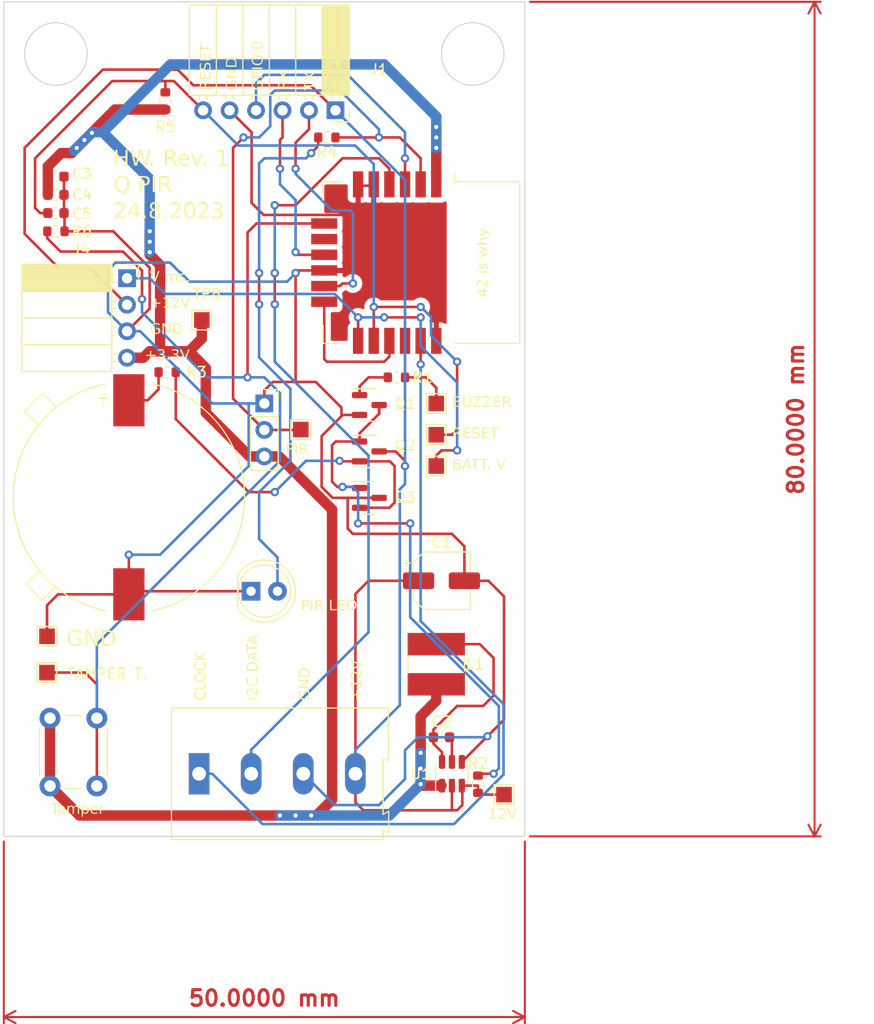
<source format=kicad_pcb>
(kicad_pcb (version 20221018) (generator pcbnew)
  (title_block (title "Q PIR board") (date "2023-08-24") (rev "1") (company "Radim Kolář, Tomáš Bezányi"))
  (layers (0 "F.Cu" signal) (31 "B.Cu" signal) (34 "B.Paste" user) (35 "F.Paste" user) (36 "B.SilkS" user "B.Silkscreen") (37 "F.SilkS" user "F.Silkscreen") (38 "B.Mask" user) (39 "F.Mask" user) (44 "Edge.Cuts" user))
  (net 0 "")
  (net 1 "Net-(BZ1--)")
  (net 2 "GND")
  (net 3 "+12V")
  (net 4 "Net-(U1-SW)")
  (net 5 "Net-(U1-BST)")
  (net 6 "+3.3V")
  (net 7 "\"reset\"")
  (net 8 "Net-(D1-A)")
  (net 9 "TX")
  (net 10 "RX")
  (net 11 "GPIO0")
  (net 12 "PIR signal")
  (net 13 "clock")
  (net 14 "I2C data")
  (net 15 "battery voltage")
  (net 16 "Net-(Q1-B)")
  (net 17 "Net-(Q1-C)")
  (net 18 "Net-(Q2-E)")
  (net 19 "buzzer signal")
  (net 20 "tamper")
  (net 22 "Net-(U2-GPIO16)")
  (footprint "LED_THT:LED_D5.0mm" (layer "F.Cu") (at 123.725 106.5)
    (fp_text reference "D1" hide)
    (fp_text value "LED - R")
  )
  (footprint "WT8266:WT8266-S1" (layer "F.Cu") (at 142.25 75 -90)
    (fp_text reference "U2" hide)
    (fp_text value "WT8266-S1")
  )
  (footprint "TestPoint:TestPoint_Pad_1.5x1.5mm" (layer "F.Cu") (at 128.5 91)
    (fp_text reference "TP1" hide)
    (fp_text value "3,3V")
  )
  (footprint "TestPoint:TestPoint_Pad_1.5x1.5mm" (layer "F.Cu") (at 141.5 88.5)
    (fp_text reference "TP4" hide)
    (fp_text value "buzzer test")
  )
  (footprint "Resistor_SMD:R_0603_1608Metric" (layer "F.Cu") (at 131 63 180)
    (fp_text reference "R4")
    (fp_text value "100R")
  )
  (footprint "Resistor_SMD:R_0603_1608Metric" (layer "F.Cu") (at 115.675 85.5 180)
    (fp_text reference "R3")
    (fp_text value "820")
  )
  (footprint "Button_Switch_THT:SW_PUSH_6mm" (layer "F.Cu") (at 104.43 125.17 90)
    (fp_text reference "SW1" hide)
    (fp_text value "tamper switch")
  )
  (footprint "Package_TO_SOT_SMD:TSOT-23-6" (layer "F.Cu") (at 143 124 90)
    (fp_text reference "U1")
    (fp_text value "AP63203WU")
  )
  (footprint "TestPoint:TestPoint_Pad_1.5x1.5mm" (layer "F.Cu") (at 141.5 91.5)
    (fp_text reference "TP5" hide)
    (fp_text value "reset test")
  )
  (footprint "Capacitor_SMD:CP_Elec_5x5.3" (layer "F.Cu") (at 142 105.5)
    (fp_text reference "C1")
    (fp_text value "10u 50V")
  )
  (footprint "LPT2270AS buzzer:LPT2270AS" (layer "F.Cu") (at 112 97.5 -90)
    (fp_text reference "BZ1" hide)
    (fp_text value "Buzzer")
  )
  (footprint "TestPoint:TestPoint_Pad_1.5x1.5mm" (layer "F.Cu") (at 104.14 114.3)
    (fp_text reference "TP2" hide)
    (fp_text value "tamper test")
  )
  (footprint "Connector_PinSocket_2.54mm:PinSocket_1x03_P2.54mm_Vertical" (layer "F.Cu") (at 125 88.5)
    (fp_text reference "J2" hide)
    (fp_text value "PIR")
  )
  (footprint "Capacitor_SMD:C_0603_1608Metric" (layer "F.Cu") (at 105 70.25)
    (fp_text reference "C5")
    (fp_text value "100n")
  )
  (footprint "TestPoint:TestPoint_Pad_1.5x1.5mm" (layer "F.Cu") (at 119 80.5)
    (fp_text reference "TP8")
    (fp_text value "TestPoint")
  )
  (footprint "Capacitor_SMD:C_0603_1608Metric" (layer "F.Cu") (at 105 68.5)
    (fp_text reference "C4")
    (fp_text value "22u")
  )
  (footprint "Resistor_SMD:R_0603_1608Metric" (layer "F.Cu") (at 145.5 125 90)
    (fp_text reference "R2")
    (fp_text value "10k")
  )
  (footprint "Resistor_SMD:R_0603_1608Metric" (layer "F.Cu") (at 105 72)
    (fp_text reference "R6")
    (fp_text value "4k7")
  )
  (footprint "Package_TO_SOT_SMD:SOT-23" (layer "F.Cu") (at 135.08 88.65)
    (fp_text reference "Q1")
    (fp_text value "BC846")
  )
  (footprint "Package_TO_SOT_SMD:SOT-23" (layer "F.Cu") (at 135.08 97.55)
    (fp_text reference "Q3")
    (fp_text value "BC857")
  )
  (footprint "Capacitor_SMD:C_0603_1608Metric" (layer "F.Cu") (at 105 66.75)
    (fp_text reference "C3")
    (fp_text value "22u")
  )
  (footprint "TestPoint:TestPoint_Pad_1.5x1.5mm" (layer "F.Cu") (at 148 126 180)
    (fp_text reference "TP3" hide)
    (fp_text value "12V")
  )
  (footprint "TestPoint:TestPoint_Pad_1.5x1.5mm" (layer "F.Cu") (at 141.5 94.5 180)
    (fp_text reference "TP6" hide)
    (fp_text value "batt test")
  )
  (footprint "TestPoint:TestPoint_Pad_1.5x1.5mm" (layer "F.Cu") (at 104.149302 110.820969)
    (fp_text reference "TP7" hide)
    (fp_text value "GND")
  )
  (footprint "Resistor_SMD:R_0603_1608Metric" (layer "F.Cu") (at 137.675 86 180)
    (fp_text reference "R1")
    (fp_text value "10k")
  )
  (footprint "Package_TO_SOT_SMD:SOT-23" (layer "F.Cu") (at 135.08 93.1)
    (fp_text reference "Q2")
    (fp_text value "BC846")
  )
  (footprint "Connector_PinSocket_2.54mm:PinSocket_1x06_P2.54mm_Horizontal" (layer "F.Cu") (at 131.825 60.4 -90)
    (fp_text reference "J1")
    (fp_text value "FLASH")
  )
  (footprint "Resistor_SMD:R_0603_1608Metric" (layer "F.Cu") (at 115.5 59.5 -90)
    (fp_text reference "R5")
    (fp_text value "10K")
  )
  (footprint "TerminalBlock:TerminalBlock_Altech_AK300-4_P5.00mm" (layer "F.Cu") (at 118.74 124)
    (fp_text reference "J3" hide)
    (fp_text value "BUS")
  )
  (footprint "Capacitor_SMD:C_0603_1608Metric" (layer "F.Cu") (at 142 120.5 180)
    (fp_text reference "C2")
    (fp_text value "100n")
  )
  (footprint "Inductor_SMD:L_Ferrocore_DLG-0504" (layer "F.Cu") (at 141.5 113.5 -90)
    (fp_text reference "L1")
    (fp_text value "4u7")
  )
  (footprint "Connector_PinSocket_2.54mm:PinSocket_1x04_P2.54mm_Horizontal" (layer "F.Cu") (at 111.825 76.5)
    (fp_text reference "J4")
    (fp_text value "Conn_01x04_Socket")
  )
  (gr_line (start 150 50) (end 100 50) (stroke (width 0.1)) (layer "Edge.Cuts"))
  (gr_circle (center 105 55) (end 108 55) (stroke (width 0.1)) (fill none) (layer "Edge.Cuts"))
  (gr_line (start 100 130) (end 150 130) (stroke (width 0.1)) (layer "Edge.Cuts"))
  (gr_line (start 100 50) (end 100 130) (stroke (width 0.1)) (layer "Edge.Cuts"))
  (gr_line (start 150 68) (end 150 50) (stroke (width 0.1)) (layer "Edge.Cuts"))
  (gr_line (start 150 82) (end 150 68) (stroke (width 0.1)) (layer "Edge.Cuts"))
  (gr_circle (center 145 55) (end 148 55) (stroke (width 0.1)) (fill none) (layer "Edge.Cuts"))
  (gr_line (start 150 130) (end 150 82) (stroke (width 0.1)) (layer "Edge.Cuts"))
  (gr_text "GND" (at 114 82) (layer "F.SilkS") (effects (font (size 1 1)) (justify left bottom)))
  (gr_text "V ms." (at 114 77) (layer "F.SilkS") (effects (font (size 1 1)) (justify left bottom)))
  (gr_text "RESET" (at 120 58.5 90) (layer "F.SilkS") (effects (font (size 1 1)) (justify left bottom)))
  (gr_text "GND" (at 106 112) (layer "F.SilkS") (effects (font (size 1.5 1.5) (thickness 0.1875)) (justify left bottom)))
  (gr_text "+12V" (at 134.5 117 90) (layer "F.SilkS") (effects (font (size 1 1)) (justify left bottom)))
  (gr_text "TX" (at 130 58.5 90) (layer "F.SilkS") (effects (font (size 1 1)) (justify left bottom)))
  (gr_text "12V" (at 146.5 128.5) (layer "F.SilkS") (effects (font (size 1 1)) (justify left bottom)))
  (gr_text "+12V" (at 114 79.5) (layer "F.SilkS") (effects (font (size 1 1)) (justify left bottom)))
  (gr_text "+12V" (at 132.5 58.5 90) (layer "F.SilkS") (effects (font (size 1 1)) (justify left bottom)))
  (gr_text "42 is why" (at 146 75 90) (layer "F.SilkS") (effects (font (size 1 1))))
  (gr_text "CLOCK" (at 119.5 117 90) (layer "F.SilkS") (effects (font (size 1 1)) (justify left bottom)))
  (gr_text "PIR" (at 127 93.5) (layer "F.SilkS") (effects (font (size 1 1)) (justify left bottom)))
  (gr_text "GND" (at 129.5 117 90) (layer "F.SilkS") (effects (font (size 1 1)) (justify left bottom)))
  (gr_text "BUZZER" (at 143 89) (layer "F.SilkS") (effects (font (size 1 1)) (justify left bottom)))
  (gr_text "I2C DATA" (at 124.5 117 90) (layer "F.SilkS") (effects (font (size 1 1)) (justify left bottom)))
  (gr_text "PIR LED" (at 128.5 108.5) (layer "F.SilkS") (effects (font (size 1 1)) (justify left bottom)))
  (gr_text "RESET" (at 143 92) (layer "F.SilkS") (effects (font (size 1 1)) (justify left bottom)))
  (gr_text "HW. Rev. 1\nQ PIR\n24.8.2023" (at 110.5 71) (layer "F.SilkS") (effects (font (size 1.5 1.5) (thickness 0.1875)) (justify left bottom)))
  (gr_text "RX" (at 127.5 58.5 90) (layer "F.SilkS") (effects (font (size 1 1)) (justify left bottom)))
  (gr_text "+3.3V" (at 113.5 84.5) (layer "F.SilkS") (effects (font (size 1 1)) (justify left bottom)))
  (gr_text "GPIO 0" (at 125 58.5 90) (layer "F.SilkS") (effects (font (size 1 1)) (justify left bottom)))
  (gr_text "GND" (at 122.5 58.5 90) (layer "F.SilkS") (effects (font (size 1 1)) (justify left bottom)))
  (gr_text "TAMPER T." (at 106 115) (layer "F.SilkS") (effects (font (size 1 1)) (justify left bottom)))
  (gr_text "Tamper" (at 104.5 128) (layer "F.SilkS") (effects (font (size 1 1)) (justify left bottom)))
  (gr_text "BATT. V" (at 143 95) (layer "F.SilkS") (effects (font (size 1 1)) (justify left bottom)))
  (dimension (type aligned) (layer "F.Cu") (pts (xy 100 130) (xy 150 130)) (height 17.32) (gr_text "50,0000 mm" (at 125 145.52) (layer "F.Cu") (effects (font (size 1.5 1.5) (thickness 0.3)))) (format (prefix "") (suffix "") (units 3) (units_format 1) (precision 4)) (style (thickness 0.2) (arrow_length 1.27) (text_position_mode 0) (extension_height 0.58642) (extension_offset 0.5) keep_text_aligned))
  (dimension (type aligned) (layer "F.Cu") (pts (xy 150 130) (xy 150 50)) (height 27.8) (gr_text "80,0000 mm" (at 176 90 90) (layer "F.Cu") (effects (font (size 1.5 1.5) (thickness 0.3)))) (format (prefix "") (suffix "") (units 3) (units_format 1) (precision 4)) (style (thickness 0.2) (arrow_length 1.27) (text_position_mode 0) (extension_height 0.58642) (extension_offset 0.5) keep_text_aligned))
  (segment (start 114.85 87.15) (end 114.85 85.5) (width 0.25) (layer "F.Cu") (net 1))
  (segment (start 112 88.2) (end 113.8 88.2) (width 0.25) (layer "F.Cu") (net 1))
  (segment (start 113.8 88.2) (end 114.85 87.15) (width 0.25) (layer "F.Cu") (net 1))
  (segment (start 110.5 72) (end 114 75.5) (width 0.25) (layer "F.Cu") (net 2))
  (segment (start 110.3 106.8) (end 112 106.8) (width 0.25) (layer "F.Cu") (net 2))
  (segment (start 105.67 68.605) (end 105.775 68.5) (width 0.25) (layer "F.Cu") (net 2))
  (segment (start 130.5 91.6231) (end 132.4014 89.7217) (width 0.25) (layer "F.Cu") (net 2))
  (segment (start 113.2 108) (end 112 106.8) (width 0.25) (layer "F.Cu") (net 2))
  (segment (start 135.5 70.425) (end 140.925 70.425) (width 0.25) (layer "F.Cu") (net 2))
  (segment (start 136.0175 97.55) (end 133 97.55) (width 0.25) (layer "F.Cu") (net 2))
  (segment (start 133 97.55) (end 132.5 97.55) (width 0.25) (layer "F.Cu") (net 2))
  (segment (start 123.78 69.28) (end 124.925 70.425) (width 0.25) (layer "F.Cu") (net 2))
  (segment (start 105.775 70.25) (end 105.775 68.5) (width 0.25) (layer "F.Cu") (net 2))
  (segment (start 143.95 122.8625) (end 143.95 122.862) (width 0.25) (layer "F.Cu") (net 2))
  (segment (start 105.825 72) (end 110.5 72) (width 0.25) (layer "F.Cu") (net 2))
  (segment (start 144.2 105.5) (end 144.2 102.2) (width 0.25) (layer "F.Cu") (net 2))
  (segment (start 104.149302 110.820969) (end 104.149302 107.850698) (width 0.25) (layer "F.Cu") (net 2))
  (segment (start 123.78 62.515) (end 123.78 69.28) (width 0.25) (layer "F.Cu") (net 2))
  (segment (start 129.9384 86.4384) (end 128.0635 86.4384) (width 0.25) (layer "F.Cu") (net 2))
  (segment (start 112 103) (end 112 106.8) (width 0.25) (layer "F.Cu") (net 2))
  (segment (start 143 101) (end 133.5 101) (width 0.25) (layer "F.Cu") (net 2))
  (segment (start 128 86.4384) (end 128.0635 86.4384) (width 0.25) (layer "F.Cu") (net 2))
  (segment (start 105.2 106.8) (end 112 106.8) (width 0.25) (layer "F.Cu") (net 2))
  (segment (start 141.5 71) (end 141.5 82.5) (width 0.25) (layer "F.Cu") (net 2))
  (segment (start 143.95 122.862) (end 148 118.812) (width 0.25) (layer "F.Cu") (net 2))
  (segment (start 125.8116 86.4384) (end 128 86.4384) (width 0.25) (layer "F.Cu") (net 2))
  (segment (start 128 76) (end 128.25 75.75) (width 0.25) (layer "F.Cu") (net 2))
  (segment (start 112.3 106.5) (end 112 106.8) (width 0.25) (layer "F.Cu") (net 2))
  (segment (start 123.725 106.5) (end 112.3 106.5) (width 0.25) (layer "F.Cu") (net 2))
  (segment (start 148 118.812) (end 148 107) (width 0.25) (layer "F.Cu") (net 2))
  (segment (start 125 87.25) (end 125.8116 86.4384) (width 0.25) (layer "F.Cu") (net 2))
  (segment (start 132.4014 89.7217) (end 132.4014 88.9014) (width 0.25) (layer "F.Cu") (net 2))
  (segment (start 121.665 60.4) (end 123.78 62.515) (width 0.25) (layer "F.Cu") (net 2))
  (segment (start 133.925 70.425) (end 134 70.5) (width 0.25) (layer "F.Cu") (net 2))
  (segment (start 114 79.405) (end 111.825 81.58) (width 0.25) (layer "F.Cu") (net 2))
  (segment (start 128 76) (end 128 86.4384) (width 0.25) (layer "F.Cu") (net 2))
  (segment (start 132.4014 89.7217) (end 132.5231 89.6) (width 0.25) (layer "F.Cu") (net 2))
  (segment (start 133.5 70.425) (end 135.5 70.425) (width 0.25) (layer "F.Cu") (net 2))
  (segment (start 135.5 70.425) (end 135.5 67.5) (width 0.25) (layer "F.Cu") (net 2))
  (segment (start 124.925 70.425) (end 133.5 70.425) (width 0.25) (layer "F.Cu") (net 2))
  (segment (start 132.4014 88.9014) (end 129.9384 86.4384) (width 0.25) (layer "F.Cu") (net 2))
  (segment (start 105.825 70.3) (end 105.775 70.25) (width 0.25) (layer "F.Cu") (net 2))
  (segment (start 134 70.5) (end 134 67.5) (width 0.25) (layer "F.Cu") (net 2))
  (segment (start 140.925 70.425) (end 141.5 71) (width 0.25) (layer "F.Cu") (net 2))
  (segment (start 133.5 70.425) (end 133.925 70.425) (width 0.25) (layer "F.Cu") (net 2))
  (segment (start 133.25 75.75) (end 134 75) (width 0.25) (layer "F.Cu") (net 2))
  (segment (start 105.825 70.405) (end 105.67 70.25) (width 0.25) (layer "F.Cu") (net 2))
  (segment (start 132.5231 89.6) (end 134.1425 89.6) (width 0.25) (layer "F.Cu") (net 2))
  (segment (start 144.2 102.2) (end 143 101) (width 0.25) (layer "F.Cu") (net 2))
  (segment (start 148 107) (end 146.5 105.5) (width 0.25) (layer "F.Cu") (net 2))
  (segment (start 125 88.5) (end 125 87.25) (width 0.25) (layer "F.Cu") (net 2))
  (segment (start 105.825 72) (end 105.825 70.3) (width 0.25) (layer "F.Cu") (net 2))
  (segment (start 105.775 68.5) (end 105.775 66.75) (width 0.25) (layer "F.Cu") (net 2))
  (segment (start 128.25 75.75) (end 130.75 75.75) (width 0.25) (layer "F.Cu") (net 2))
  (segment (start 104.149302 107.850698) (end 105.2 106.8) (width 0.25) (layer "F.Cu") (net 2))
  (segment (start 134 75) (end 134 70.5) (width 0.25) (layer "F.Cu") (net 2))
  (segment (start 132.5 97.55) (end 131.55 97.55) (width 0.25) (layer "F.Cu") (net 2))
  (segment (start 133 100.5) (end 133 97.55) (width 0.25) (layer "F.Cu") (net 2))
  (segment (start 131.55 97.55) (end 130.5 96.5) (width 0.25) (layer "F.Cu") (net 2))
  (segment (start 130.75 75.75) (end 133.25 75.75) (width 0.25) (layer "F.Cu") (net 2))
  (segment (start 114 75.5) (end 114 79.405) (width 0.25) (layer "F.Cu") (net 2))
  (segment (start 130.5 96.5) (end 130.5 91.6231) (width 0.25) (layer "F.Cu") (net 2))
  (segment (start 133.5 101) (end 133 100.5) (width 0.25) (layer "F.Cu") (net 2))
  (segment (start 146.5 105.5) (end 144.2 105.5) (width 0.25) (layer "F.Cu") (net 2))
  (via (at 112 103) (size 0.8) (drill 0.4) (layers "F.Cu" "B.Cu") (net 2))
  (via (at 146.406 120.406) (size 0.8) (drill 0.4) (layers "F.Cu" "B.Cu") (net 2))
  (via (at 128 76) (size 0.8) (drill 0.4) (layers "F.Cu" "B.Cu") (net 2))
  (segment (start 131.74 127) (end 128.74 124) (width 0.25) (layer "B.Cu") (net 2))
  (segment (start 116.4381 75.4831) (end 116 75.045) (width 0.25) (layer "B.Cu") (net 2))
  (segment (start 138.5 124.5) (end 136 127) (width 0.25) (layer "B.Cu") (net 2))
  (segment (start 110.725225 75) (end 110 75.725225) (width 0.25) (layer "B.Cu") (net 2))
  (segment (start 115 103) (end 123.5 94.5) (width 0.25) (layer "B.Cu") (net 2))
  (segment (start 116.881 75.926) (end 116.4381 75.4831) (width 0.25) (layer "B.Cu") (net 2))
  (segment (start 120 88.5) (end 123.5 88.5) (width 0.25) (layer "B.Cu") (net 2))
  (segment (start 113.08 81.58) (end 120 88.5) (width 0.25) (layer "B.Cu") (net 2))
  (segment (start 116.926 75.926) (end 116.881 75.926) (width 0.25) (layer "B.Cu") (net 2))
  (segment (start 138.5 121.75) (end 138.5 124.5) (width 0.25) (layer "B.Cu") (net 2))
  (segment (start 139.75 120.5) (end 138.5 121.75) (width 0.25) (layer "B.Cu") (net 2))
  (segment (start 123.5 94.5) (end 123.5 88.5) (width 0.25) (layer "B.Cu") (net 2))
  (segment (start 117.825 76.825) (end 116.926 75.926) (width 0.25) (layer "B.Cu") (net 2))
  (segment (start 115.955 75) (end 110.725225 75) (width 0.25) (layer "B.Cu") (net 2))
  (segment (start 123.5 88.5) (end 125 88.5) (width 0.25) (layer "B.Cu") (net 2))
  (segment (start 146.312 120.5) (end 139.75 120.5) (width 0.25) (layer "B.Cu") (net 2))
  (segment (start 128 76) (end 127.175 76.825) (width 0.25) (layer "B.Cu") (net 2))
  (segment (start 127.175 76.825) (end 117.825 76.825) (width 0.25) (layer "B.Cu") (net 2))
  (segment (start 136 127) (end 131.74 127) (width 0.25) (layer "B.Cu") (net 2))
  (segment (start 111.825 81.58) (end 113.08 81.58) (width 0.25) (layer "B.Cu") (net 2))
  (segment (start 110 75.725225) (end 110 79.755) (width 0.25) (layer "B.Cu") (net 2))
  (segment (start 146.406 120.406) (end 146.312 120.5) (width 0.25) (layer "B.Cu") (net 2))
  (segment (start 112 103) (end 115 103) (width 0.25) (layer "B.Cu") (net 2))
  (segment (start 116.4381 75.4831) (end 115.955 75) (width 0.25) (layer "B.Cu") (net 2))
  (segment (start 110 79.755) (end 111.825 81.58) (width 0.25) (layer "B.Cu") (net 2))
  (segment (start 133.74 126.74) (end 134.5 127.5) (width 0.25) (layer "F.Cu") (net 3))
  (segment (start 116.680698 56.5) (end 118.180698 58) (width 0.25) (layer "F.Cu") (net 3))
  (segment (start 137.6 93.1) (end 136.0175 93.1) (width 0.25) (layer "F.Cu") (net 3))
  (segment (start 138.5 94) (end 137.6 93.1) (width 0.25) (layer "F.Cu") (net 3))
  (segment (start 133.74 124) (end 133.74 126.74) (width 0.25) (layer "F.Cu") (net 3))
  (segment (start 145.5 125.1375) (end 143.95 125.1375) (width 0.25) (layer "F.Cu") (net 3))
  (segment (start 105.25 75.5) (end 102 72.25) (width 0.25) (layer "F.Cu") (net 3))
  (segment (start 143 125.138) (end 143 125.1375) (width 0.25) (layer "F.Cu") (net 3))
  (segment (start 143.5 127.5) (end 144 127) (width 0.25) (layer "F.Cu") (net 3))
  (segment (start 118.180698 58) (end 129.425 58) (width 0.25) (layer "F.Cu") (net 3))
  (segment (start 102 72.25) (end 102 64) (width 0.25) (layer "F.Cu") (net 3))
  (segment (start 145.5 125.825) (end 145.5 125.1375) (width 0.25) (layer "F.Cu") (net 3))
  (segment (start 145.675 126) (end 145.5 125.825) (width 0.25) (layer "F.Cu") (net 3))
  (segment (start 111.825 79.04) (end 108.285 75.5) (width 0.25) (layer "F.Cu") (net 3))
  (segment (start 144 127) (end 144 125.188) (width 0.25) (layer "F.Cu") (net 3))
  (segment (start 143 127.5) (end 143.5 127.5) (width 0.25) (layer "F.Cu") (net 3))
  (segment (start 143 127.5) (end 143 125.138) (width 0.25) (layer "F.Cu") (net 3))
  (segment (start 144 125.1875) (end 144 125.188) (width 0.25) (layer "F.Cu") (net 3))
  (segment (start 108.285 75.5) (end 105.25 75.5) (width 0.25) (layer "F.Cu") (net 3))
  (segment (start 129.425 58) (end 131.825 60.4) (width 0.25) (layer "F.Cu") (net 3))
  (segment (start 143.95 125.1375) (end 144 125.1875) (width 0.25) (layer "F.Cu") (net 3))
  (segment (start 135 105.5) (end 139.8 105.5) (width 0.25) (layer "F.Cu") (net 3))
  (segment (start 138.5 94.5) (end 138.5 94) (width 0.25) (layer "F.Cu") (net 3))
  (segment (start 148 126) (end 145.675 126) (width 0.25) (layer "F.Cu") (net 3))
  (segment (start 102 64) (end 109.5 56.5) (width 0.25) (layer "F.Cu") (net 3))
  (segment (start 109.5 56.5) (end 116.680698 56.5) (width 0.25) (layer "F.Cu") (net 3))
  (segment (start 133.74 106.76) (end 135 105.5) (width 0.25) (layer "F.Cu") (net 3))
  (segment (start 134.5 127.5) (end 143 127.5) (width 0.25) (layer "F.Cu") (net 3))
  (segment (start 144 125.188) (end 144.132 125.32) (width 0.25) (layer "F.Cu") (net 3))
  (segment (start 133.74 124) (end 133.74 106.76) (width 0.25) (layer "F.Cu") (net 3))
  (via (at 138.5 94.5) (size 0.8) (drill 0.4) (layers "F.Cu" "B.Cu") (net 3))
  (segment (start 138 117.4331) (end 138 96.7223) (width 0.25) (layer "B.Cu") (net 3))
  (segment (start 138.5 96.2223) (end 138.5 93.5) (width 0.25) (layer "B.Cu") (net 3))
  (segment (start 138.5 67.075) (end 131.825 60.4) (width 0.25) (layer "B.Cu") (net 3))
  (segment (start 133.74 121.6931) (end 138 117.4331) (width 0.25) (layer "B.Cu") (net 3))
  (segment (start 133.74 124) (end 133.74 121.6931) (width 0.25) (layer "B.Cu") (net 3))
  (segment (start 138 96.7223) (end 138.5 96.2223) (width 0.25) (layer "B.Cu") (net 3))
  (segment (start 138.5 93.5) (end 138.5 67.075) (width 0.25) (layer "B.Cu") (net 3))
  (segment (start 143 120.725) (end 142.775 120.5) (width 0.25) (layer "F.Cu") (net 4))
  (segment (start 143 122.8625) (end 143 120.725) (width 0.25) (layer "F.Cu") (net 4))
  (segment (start 147 112.9) (end 145.675 111.575) (width 0.25) (layer "F.Cu") (net 5))
  (segment (start 142.05 121.9375) (end 141.225 121.1125) (width 0.25) (layer "F.Cu") (net 5))
  (segment (start 142.05 122.8625) (end 142.05 121.9375) (width 0.25) (layer "F.Cu") (net 5))
  (segment (start 147 116.5) (end 147 112.9) (width 0.25) (layer "F.Cu") (net 5))
  (segment (start 141.225 121.1125) (end 141.225 120.5) (width 0.25) (layer "F.Cu") (net 5))
  (segment (start 141.225 119.775) (end 141.225 120.5) (width 0.25) (layer "F.Cu") (net 5))
  (segment (start 145.675 111.575) (end 141.5 111.575) (width 0.25) (layer "F.Cu") (net 5))
  (segment (start 143.5 117.5) (end 146 117.5) (width 0.25) (layer "F.Cu") (net 5))
  (segment (start 143.5 117.5) (end 141.225 119.775) (width 0.25) (layer "F.Cu") (net 5))
  (segment (start 146 117.5) (end 147 116.5) (width 0.25) (layer "F.Cu") (net 5))
  (segment (start 113.38 84.12) (end 111.825 84.12) (width 1) (layer "F.Cu") (net 6))
  (segment (start 126.413274 93.58) (end 125 93.58) (width 1) (layer "F.Cu") (net 6))
  (segment (start 140 122) (end 140 118.5) (width 1) (layer "F.Cu") (net 6))
  (segment (start 131.5 126.5) (end 131.5 98.666726) (width 1) (layer "F.Cu") (net 6))
  (segment (start 110.675 60.325) (end 106.5 64.5) (width 1) (layer "F.Cu") (net 6))
  (segment (start 142 125.1375) (end 140.1375 125.1375) (width 1) (layer "F.Cu") (net 6))
  (segment (start 107.26 128) (end 130 128) (width 1) (layer "F.Cu") (net 6))
  (segment (start 117.78 83.5) (end 116 83.5) (width 1) (layer "F.Cu") (net 6))
  (segment (start 139.925 115.425) (end 141.5 115.425) (width 1) (layer "F.Cu") (net 6))
  (segment (start 131.5 98.666726) (end 126.413274 93.58) (width 1) (layer "F.Cu") (net 6))
  (segment (start 114 74) (end 114 73) (width 1) (layer "F.Cu") (net 6))
  (segment (start 119.38 89.38) (end 119.38 85.1) (width 1) (layer "F.Cu") (net 6))
  (segment (start 114 73) (end 114 72) (width 1) (layer "F.Cu") (net 6))
  (segment (start 114 74.237792) (end 114 74) (width 1) (layer "F.Cu") (net 6))
  (segment (start 105.5 64.5) (end 104.225 65.775) (width 1) (layer "F.Cu") (net 6))
  (segment (start 140 118.5) (end 141.5 117) (width 1) (layer "F.Cu") (net 6))
  (segment (start 117.78 83.5) (end 119 82.28) (width 1) (layer "F.Cu") (net 6))
  (segment (start 115.5 60.325) (end 110.675 60.325) (width 1) (layer "F.Cu") (net 6))
  (segment (start 115 75.237792) (end 114 74.237792) (width 1) (layer "F.Cu") (net 6))
  (segment (start 130 128) (end 131.5 126.5) (width 1) (layer "F.Cu") (net 6))
  (segment (start 140 123.5) (end 140 122) (width 1) (layer "F.Cu") (net 6))
  (segment (start 116 83.5) (end 114 83.5) (width 1) (layer "F.Cu") (net 6))
  (segment (start 141.5 62) (end 141.5 67.5) (width 1) (layer "F.Cu") (net 6))
  (segment (start 141.5 117) (end 141.5 115.425) (width 1) (layer "F.Cu") (net 6))
  (segment (start 104.43 125.17) (end 107.26 128) (width 1) (layer "F.Cu") (net 6))
  (segment (start 104.225 65.775) (end 104.225 66.75) (width 1) (layer "F.Cu") (net 6))
  (segment (start 116 83.5) (end 115 83.5) (width 1) (layer "F.Cu") (net 6))
  (segment (start 125 93.58) (end 123.58 93.58) (width 1) (layer "F.Cu") (net 6))
  (segment (start 115 83.5) (end 115 75.237792) (width 1) (layer "F.Cu") (net 6))
  (segment (start 104.43 125.17) (end 104.43 118.67) (width 1) (layer "F.Cu") (net 6))
  (segment (start 106.5 64.5) (end 105.5 64.5) (width 1) (layer "F.Cu") (net 6))
  (segment (start 123.58 93.58) (end 119.38 89.38) (width 1) (layer "F.Cu") (net 6))
  (segment (start 140 125) (end 140 123.5) (width 1) (layer "F.Cu") (net 6))
  (segment (start 114 83.5) (end 113.38 84.12) (width 1) (layer "F.Cu") (net 6))
  (segment (start 119.38 85.1) (end 117.78 83.5) (width 1) (layer "F.Cu") (net 6))
  (segment (start 140.1375 125.1375) (end 140 125) (width 1) (layer "F.Cu") (net 6))
  (segment (start 104.225 66.75) (end 104.225 68.5) (width 1) (layer "F.Cu") (net 6))
  (segment (start 119 82.28) (end 119 80.5) (width 1) (layer "F.Cu") (net 6))
  (via (at 114 74) (size 0.8) (drill 0.4) (layers "F.Cu" "B.Cu") (net 6))
  (via (at 140 122) (size 0.8) (drill 0.4) (layers "F.Cu" "B.Cu") (net 6))
  (via (at 107.737594 63.250794) (size 0.8) (drill 0.4) (layers "F.Cu" "B.Cu") (net 6))
  (via (at 141.5 62) (size 0.8) (drill 0.4) (layers "F.Cu" "B.Cu") (net 6))
  (via (at 140 125) (size 0.8) (drill 0.4) (layers "F.Cu" "B.Cu") (net 6))
  (via (at 141.5 64) (size 0.8) (drill 0.4) (layers "F.Cu" "B.Cu") (net 6))
  (via (at 141.5 63) (size 0.8) (drill 0.4) (layers "F.Cu" "B.Cu") (net 6))
  (via (at 114 73) (size 0.8) (drill 0.4) (layers "F.Cu" "B.Cu") (net 6))
  (via (at 128 128) (size 0.8) (drill 0.4) (layers "F.Cu" "B.Cu") (net 6))
  (via (at 126.5 128) (size 0.8) (drill 0.4) (layers "F.Cu" "B.Cu") (net 6))
  (via (at 114 72) (size 0.8) (drill 0.4) (layers "F.Cu" "B.Cu") (net 6))
  (via (at 129.5 128) (size 0.8) (drill 0.4) (layers "F.Cu" "B.Cu") (net 6))
  (via (at 107 64) (size 0.8) (drill 0.4) (layers "F.Cu" "B.Cu") (net 6))
  (via (at 140 123.5) (size 0.8) (drill 0.4) (layers "F.Cu" "B.Cu") (net 6))
  (via (at 108.450379 62.564409) (size 0.8) (drill 0.4) (layers "F.Cu" "B.Cu") (net 6))
  (segment (start 141.5 63) (end 141.5 64) (width 1) (layer "B.Cu") (net 6))
  (segment (start 108.514788 62.5) (end 108.450379 62.564409) (width 1) (layer "B.Cu") (net 6))
  (segment (start 128 128) (end 126.5 128) (width 1) (layer "B.Cu") (net 6))
  (segment (start 107.749206 63.250794) (end 107.737594 63.250794) (width 1) (layer "B.Cu") (net 6))
  (segment (start 108.450379 62.564409) (end 108.435591 62.564409) (width 1) (layer "B.Cu") (net 6))
  (segment (start 107 64) (end 106.75 64.25) (width 1) (layer "B.Cu") (net 6))
  (segment (start 136.5 56) (end 141.5 61) (width 1) (layer "B.Cu") (net 6))
  (segment (start 141.5 61) (end 141.5 62) (width 1) (layer "B.Cu") (net 6))
  (segment (start 140 125) (end 137 128) (width 1) (layer "B.Cu") (net 6))
  (segment (start 108.435591 62.564409) (end 107.749206 63.250794) (width 1) (layer "B.Cu") (net 6))
  (segment (start 129.5 128) (end 128 128) (width 1) (layer "B.Cu") (net 6))
  (segment (start 114 74) (end 114 67) (width 1) (layer "B.Cu") (net 6))
  (segment (start 107.737594 63.250794) (end 107.737594 63.262406) (width 1) (layer "B.Cu") (net 6))
  (segment (start 137 128) (end 129.5 128) (width 1) (layer "B.Cu") (net 6))
  (segment (start 141.5 62) (end 141.5 63) (width 1) (layer "B.Cu") (net 6))
  (segment (start 107.737594 63.262406) (end 107 64) (width 1) (layer "B.Cu") (net 6))
  (segment (start 116 56) (end 136.5 56) (width 1) (layer "B.Cu") (net 6))
  (segment (start 109.5 62.5) (end 108.514788 62.5) (width 1) (layer "B.Cu") (net 6))
  (segment (start 109.5 62.5) (end 116 56) (width 1) (layer "B.Cu") (net 6))
  (segment (start 114 67) (end 109.5 62.5) (width 1) (layer "B.Cu") (net 6))
  (segment (start 140 122) (end 140 125) (width 1) (layer "B.Cu") (net 6))
  (segment (start 116.32 57.595) (end 115.5 57.595) (width 0.25) (layer "F.Cu") (net 7))
  (segment (start 135.5 79.25) (end 135.5 82.5) (width 0.25) (layer "F.Cu") (net 7))
  (segment (start 119.125 60.4) (end 116.32 57.595) (width 0.25) (layer "F.Cu") (net 7))
  (segment (start 103 65) (end 110.405 57.595) (width 0.25) (layer "F.Cu") (net 7))
  (segment (start 143 91.5) (end 143.5 91) (width 0.25) (layer "F.Cu") (net 7))
  (segment (start 103.49375 70.25) (end 103 69.75625) (width 0.25) (layer "F.Cu") (net 7))
  (segment (start 115.5 58.675) (end 115.5 58) (width 0.25) (layer "F.Cu") (net 7))
  (segment (start 104.225 70.25) (end 103.49375 70.25) (width 0.25) (layer "F.Cu") (net 7))
  (segment (start 110.405 57.595) (end 115.5 57.595) (width 0.25) (layer "F.Cu") (net 7))
  (segment (start 143.5 91) (end 143.5 84.5) (width 0.25) (layer "F.Cu") (net 7))
  (segment (start 115.5 58) (end 115.5 57.595) (width 0.25) (layer "F.Cu") (net 7))
  (segment (start 141.5 91.5) (end 143 91.5) (width 0.25) (layer "F.Cu") (net 7))
  (segment (start 140 79.25) (end 135.5 79.25) (width 0.25) (layer "F.Cu") (net 7))
  (segment (start 103 69.75625) (end 103 65) (width 0.25) (layer "F.Cu") (net 7))
  (via (at 143.5 84.5) (size 0.8) (drill 0.4) (layers "F.Cu" "B.Cu") (net 7))
  (via (at 135.5 79.25) (size 0.8) (drill 0.4) (layers "F.Cu" "B.Cu") (net 7))
  (via (at 140 79.25) (size 0.8) (drill 0.4) (layers "F.Cu" "B.Cu") (net 7))
  (segment (start 140 79.25) (end 140.025305 79.25) (width 0.25) (layer "B.Cu") (net 7))
  (segment (start 122.5 63.775) (end 119.125 60.4) (width 0.25) (layer "B.Cu") (net 7))
  (segment (start 135.5 65.56235) (end 133.71265 63.775) (width 0.25) (layer "B.Cu") (net 7))
  (segment (start 141 80.224695) (end 141 82) (width 0.25) (layer "B.Cu") (net 7))
  (segment (start 141 82) (end 143.5 84.5) (width 0.25) (layer "B.Cu") (net 7))
  (segment (start 133.71265 63.775) (end 122.5 63.775) (width 0.25) (layer "B.Cu") (net 7))
  (segment (start 135.5 79.25) (end 135.5 65.56235) (width 0.25) (layer "B.Cu") (net 7))
  (segment (start 140.025305 79.25) (end 141 80.224695) (width 0.25) (layer "B.Cu") (net 7))
  (segment (start 124.5 79) (end 124.5 76) (width 0.25) (layer "F.Cu") (net 8))
  (segment (start 129.5 64.5) (end 130.175 63.825) (width 0.25) (layer "F.Cu") (net 8))
  (segment (start 130.175 63.825) (end 130.175 63) (width 0.25) (layer "F.Cu") (net 8))
  (via (at 124.5 76) (size 0.8) (drill 0.4) (layers "F.Cu" "B.Cu") (net 8))
  (via (at 124.5 79) (size 0.8) (drill 0.4) (layers "F.Cu" "B.Cu") (net 8))
  (via (at 129.5 64.5) (size 0.8) (drill 0.4) (layers "F.Cu" "B.Cu") (net 8))
  (segment (start 126.265 103.265) (end 126.265 106.5) (width 0.25) (layer "B.Cu") (net 8))
  (segment (start 124.5 76) (end 124.5 65.5) (width 0.25) (layer "B.Cu") (net 8))
  (segment (start 129 65) (end 129.5 64.5) (width 0.25) (layer "B.Cu") (net 8))
  (segment (start 127.5 87.101575) (end 127.5 94) (width 0.25) (layer "B.Cu") (net 8))
  (segment (start 127.5 94) (end 124.5 97) (width 0.25) (layer "B.Cu") (net 8))
  (segment (start 124.5 101.5) (end 126.265 103.265) (width 0.25) (layer "B.Cu") (net 8))
  (segment (start 124.5 65.5) (end 125 65) (width 0.25) (layer "B.Cu") (net 8))
  (segment (start 124.5 79) (end 124.5 84.101575) (width 0.25) (layer "B.Cu") (net 8))
  (segment (start 125 65) (end 129 65) (width 0.25) (layer "B.Cu") (net 8))
  (segment (start 124.5 84.101575) (end 127.5 87.101575) (width 0.25) (layer "B.Cu") (net 8))
  (segment (start 124.5 97) (end 124.5 101.5) (width 0.25) (layer "B.Cu") (net 8))
  (segment (start 130.75 77.25) (end 132.25 77.25) (width 0.25) (layer "F.Cu") (net 9))
  (segment (start 128 63.5) (end 129.285 62.215) (width 0.25) (layer "F.Cu") (net 9))
  (segment (start 132.25 77.25) (end 132.5 77) (width 0.25) (layer "F.Cu") (net 9))
  (segment (start 129.285 62.215) (end 129.285 60.4) (width 0.25) (layer "F.Cu") (net 9))
  (segment (start 132.5 77) (end 133.5 77) (width 0.25) (layer "F.Cu") (net 9))
  (segment (start 128 66) (end 128 63.5) (width 0.25) (layer "F.Cu") (net 9))
  (via (at 128 66) (size 0.8) (drill 0.4) (layers "F.Cu" "B.Cu") (net 9))
  (via (at 133.5 77) (size 0.8) (drill 0.4) (layers "F.Cu" "B.Cu") (net 9))
  (segment (start 133.25 70) (end 133.5 70.25) (width 0.25) (layer "B.Cu") (net 9))
  (segment (start 131.5 70) (end 133.25 70) (width 0.25) (layer "B.Cu") (net 9))
  (segment (start 133.5 70.25) (end 133.5 77) (width 0.25) (layer "B.Cu") (net 9))
  (segment (start 128 66) (end 128 66.5) (width 0.25) (layer "B.Cu") (net 9))
  (segment (start 128 66.5) (end 131.5 70) (width 0.25) (layer "B.Cu") (net 9))
  (segment (start 128 74) (end 128.25 74.25) (width 0.25) (layer "F.Cu") (net 10))
  (segment (start 126.745 63) (end 126.745 60.4) (width 0.25) (layer "F.Cu") (net 10))
  (segment (start 128.25 74.25) (end 130.75 74.25) (width 0.25) (layer "F.Cu") (net 10))
  (segment (start 126.5 66) (end 126.5 63.245) (width 0.25) (layer "F.Cu") (net 10))
  (segment (start 126.5 63.245) (end 126.745 63) (width 0.25) (layer "F.Cu") (net 10))
  (via (at 128 74) (size 0.8) (drill 0.4) (layers "F.Cu" "B.Cu") (net 10))
  (via (at 126.5 66) (size 0.8) (drill 0.4) (layers "F.Cu" "B.Cu") (net 10))
  (segment (start 126.5 67.5) (end 126.5 66) (width 0.25) (layer "B.Cu") (net 10))
  (segment (start 126.5 67.5) (end 128 69) (width 0.25) (layer "B.Cu") (net 10))
  (segment (start 128 69) (end 128 74) (width 0.25) (layer "B.Cu") (net 10))
  (segment (start 138.5 67.5) (end 138.5 65) (width 0.25) (layer "F.Cu") (net 11))
  (via (at 138.5 65) (size 0.8) (drill 0.4) (layers "F.Cu" "B.Cu") (net 11))
  (segment (start 124.205 57.795) (end 124.997156 57.002844) (width 0.25) (layer "B.Cu") (net 11))
  (segment (start 133.002844 57.002844) (end 138.5 62.5) (width 0.25) (layer "B.Cu") (net 11))
  (segment (start 124.205 60.4) (end 124.205 57.795) (width 0.25) (layer "B.Cu") (net 11))
  (segment (start 124.997156 57.002844) (end 133.002844 57.002844) (width 0.25) (layer "B.Cu") (net 11))
  (segment (start 138.5 62.5) (end 138.5 65) (width 0.25) (layer "B.Cu") (net 11))
  (segment (start 131.825 63) (end 136 63) (width 0.25) (layer "F.Cu") (net 12))
  (segment (start 122 88.04) (end 125 91.04) (width 0.25) (layer "F.Cu") (net 12))
  (segment (start 125 91.04) (end 128.46 91.04) (width 0.25) (layer "F.Cu") (net 12))
  (segment (start 136 63) (end 138 63) (width 0.25) (layer "F.Cu") (net 12))
  (segment (start 123 63) (end 122 64) (width 0.25) (layer "F.Cu") (net 12))
  (segment (start 128.46 91.04) (end 128.5 91) (width 0.25) (layer "F.Cu") (net 12))
  (segment (start 140 65) (end 140 67.5) (width 0.25) (layer "F.Cu") (net 12))
  (segment (start 122 64) (end 122 88.04) (width 0.25) (layer "F.Cu") (net 12))
  (segment (start 138 63) (end 140 65) (width 0.25) (layer "F.Cu") (net 12))
  (via (at 123 63) (size 0.8) (drill 0.4) (layers "F.Cu" "B.Cu") (net 12))
  (via (at 136 63) (size 0.8) (drill 0.4) (layers "F.Cu" "B.Cu") (net 12))
  (segment (start 136 63) (end 136 62.225) (width 0.25) (layer "B.Cu") (net 12))
  (segment (start 124.5 63) (end 123 63) (width 0.25) (layer "B.Cu") (net 12))
  (segment (start 126 58.5) (end 125.57 58.93) (width 0.25) (layer "B.Cu") (net 12))
  (segment (start 125.57 61.93) (end 124.5 63) (width 0.25) (layer "B.Cu") (net 12))
  (segment (start 136 62.225) (end 132.275 58.5) (width 0.25) (layer "B.Cu") (net 12))
  (segment (start 132.275 58.5) (end 126 58.5) (width 0.25) (layer "B.Cu") (net 12))
  (segment (start 125.57 58.93) (end 125.57 61.93) (width 0.25) (layer "B.Cu") (net 12))
  (segment (start 140 84.75) (end 140 82.5) (width 0.25) (layer "F.Cu") (net 13))
  (via (at 140 84.75) (size 0.8) (drill 0.4) (layers "F.Cu" "B.Cu") (net 13))
  (segment (start 120 124) (end 118.74 124) (width 0.25) (layer "B.Cu") (net 13))
  (segment (start 140 109.363604) (end 147.95 117.313604) (width 0.25) (layer "B.Cu") (net 13))
  (segment (start 143.200305 128.825) (end 124.825 128.825) (width 0.25) (layer "B.Cu") (net 13))
  (segment (start 147.95 117.313604) (end 147.95 124.075305) (width 0.25) (layer "B.Cu") (net 13))
  (segment (start 147.95 124.075305) (end 143.200305 128.825) (width 0.25) (layer "B.Cu") (net 13))
  (segment (start 140 84.75) (end 140 109.363604) (width 0.25) (layer "B.Cu") (net 13))
  (segment (start 124.825 128.825) (end 120 124) (width 0.25) (layer "B.Cu") (net 13))
  (segment (start 126 79) (end 126 76) (width 0.25) (layer "F.Cu") (net 14))
  (segment (start 137 66) (end 136 65) (width 0.25) (layer "F.Cu") (net 14))
  (segment (start 128 69.5) (end 126 69.5) (width 0.25) (layer "F.Cu") (net 14))
  (segment (start 136 65) (end 132.5 65) (width 0.25) (layer "F.Cu") (net 14))
  (segment (start 132.5 65) (end 128 69.5) (width 0.25) (layer "F.Cu") (net 14))
  (segment (start 137 67.5) (end 137 66) (width 0.25) (layer "F.Cu") (net 14))
  (via (at 126 76) (size 0.8) (drill 0.4) (layers "F.Cu" "B.Cu") (net 14))
  (via (at 126 79) (size 0.8) (drill 0.4) (layers "F.Cu" "B.Cu") (net 14))
  (via (at 126 76) (size 0.8) (drill 0.4) (layers "F.Cu" "B.Cu") (net 14))
  (via (at 126 69.5) (size 0.8) (drill 0.4) (layers "F.Cu" "B.Cu") (net 14))
  (segment (start 135 110.4331) (end 123.74 121.6931) (width 0.25) (layer "B.Cu") (net 14))
  (segment (start 126 79) (end 126 84.5) (width 0.25) (layer "B.Cu") (net 14))
  (segment (start 126 76) (end 126 69.5) (width 0.25) (layer "B.Cu") (net 14))
  (segment (start 126 84.5) (end 135 93.5) (width 0.25) (layer "B.Cu") (net 14))
  (segment (start 123.74 121.6931) (end 123.74 124) (width 0.25) (layer "B.Cu") (net 14))
  (segment (start 135 93.5) (end 135 110.4331) (width 0.25) (layer "B.Cu") (net 14))
  (segment (start 142 93) (end 141.5 93.5) (width 0.25) (layer "F.Cu") (net 15))
  (segment (start 143.5 93) (end 142 93) (width 0.25) (layer "F.Cu") (net 15))
  (segment (start 140 80.25) (end 136.5 80.25) (width 0.25) (layer "F.Cu") (net 15))
  (segment (start 141.5 93.5) (end 141.5 94.5) (width 0.25) (layer "F.Cu") (net 15))
  (segment (start 134 82.5) (end 134 80.25) (width 0.25) (layer "F.Cu") (net 15))
  (via (at 136.5 80.25) (size 0.8) (drill 0.4) (layers "F.Cu" "B.Cu") (net 15))
  (via (at 140 80.25) (size 0.8) (drill 0.4) (layers "F.Cu" "B.Cu") (net 15))
  (via (at 143.5 93) (size 0.8) (drill 0.4) (layers "F.Cu" "B.Cu") (net 15))
  (via (at 134 80.25) (size 0.8) (drill 0.4) (layers "F.Cu" "B.Cu") (net 15))
  (via (at 143.5 93) (size 0.8) (drill 0.4) (layers "F.Cu" "B.Cu") (net 15))
  (segment (start 143.5 86.5) (end 143.5 93) (width 0.25) (layer "B.Cu") (net 15))
  (segment (start 140 83) (end 143.5 86.5) (width 0.25) (layer "B.Cu") (net 15))
  (segment (start 115.5 78) (end 114 76.5) (width 0.25) (layer "B.Cu") (net 15))
  (segment (start 114 76.5) (end 111.825 76.5) (width 0.25) (layer "B.Cu") (net 15))
  (segment (start 134 80.25) (end 136.5 80.25) (width 0.25) (layer "B.Cu") (net 15))
  (segment (start 131.75 78) (end 115.5 78) (width 0.25) (layer "B.Cu") (net 15))
  (segment (start 140 80.25) (end 140 83) (width 0.25) (layer "B.Cu") (net 15))
  (segment (start 134 80.25) (end 131.75 78) (width 0.25) (layer "B.Cu") (net 15))
  (segment (start 134.1423 87.6998) (end 134.1423 86.8577) (width 0.25) (layer "F.Cu") (net 16))
  (segment (start 135 86) (end 136.85 86) (width 0.25) (layer "F.Cu") (net 16))
  (segment (start 134.1423 86.8577) (end 135 86) (width 0.25) (layer "F.Cu") (net 16))
  (segment (start 134.1425 87.7) (end 134.1423 87.6998) (width 0.25) (layer "F.Cu") (net 16))
  (segment (start 134.1423 87.6998) (end 134.142 87.7) (width 0.25) (layer "F.Cu") (net 16))
  (segment (start 134 100) (end 139 100) (width 0.25) (layer "F.Cu") (net 17))
  (segment (start 134.1425 92.15) (end 134.1423 92.1498) (width 0.25) (layer "F.Cu") (net 17))
  (segment (start 145.5 124.175) (end 145.675 124) (width 0.25) (layer "F.Cu") (net 17))
  (segment (start 134.1423 91.3577) (end 134.1423 92.1498) (width 0.25) (layer "F.Cu") (net 17))
  (segment (start 136.018 88.65) (end 136.018 89.482) (width 0.25) (layer "F.Cu") (net 17))
  (segment (start 134.142 92.15) (end 131.85 92.15) (width 0.25) (layer "F.Cu") (net 17))
  (segment (start 131.5 95.5) (end 131.5 96) (width 0.25) (layer "F.Cu") (net 17))
  (segment (start 136.0175 88.65) (end 136.018 88.65) (width 0.25) (layer "F.Cu") (net 17))
  (segment (start 131.5 92.5) (end 131.5 95.5) (width 0.25) (layer "F.Cu") (net 17))
  (segment (start 131.5 96) (end 132 96.5) (width 0.25) (layer "F.Cu") (net 17))
  (segment (start 131.85 92.15) (end 131.5 92.5) (width 0.25) (layer "F.Cu") (net 17))
  (segment (start 136.0175 89.5175) (end 136.0175 88.65) (width 0.25) (layer "F.Cu") (net 17))
  (segment (start 132.5 96.5) (end 134.042 96.5) (width 0.25) (layer "F.Cu") (net 17))
  (segment (start 134.042 96.5) (end 134.142 96.6) (width 0.25) (layer "F.Cu") (net 17))
  (segment (start 134.1423 92.1498) (end 134.142 92.15) (width 0.25) (layer "F.Cu") (net 17))
  (segment (start 136.018 89.482) (end 134.1423 91.3577) (width 0.25) (layer "F.Cu") (net 17))
  (segment (start 145.675 124) (end 147 124) (width 0.25) (layer "F.Cu") (net 17))
  (segment (start 134.1425 96.6) (end 134.142 96.6) (width 0.25) (layer "F.Cu") (net 17))
  (segment (start 132 96.5) (end 132.5 96.5) (width 0.25) (layer "F.Cu") (net 17))
  (via (at 147 124) (size 0.8) (drill 0.4) (layers "F.Cu" "B.Cu") (net 17))
  (via (at 134 100) (size 0.8) (drill 0.4) (layers "F.Cu" "B.Cu") (net 17))
  (via (at 132.5 96.5) (size 0.8) (drill 0.4) (layers "F.Cu" "B.Cu") (net 17))
  (via (at 139 100) (size 0.8) (drill 0.4) (layers "F.Cu" "B.Cu") (net 17))
  (via (at 132.5 96.5) (size 0.8) (drill 0.4) (layers "F.Cu" "B.Cu") (net 17))
  (segment (start 139 100) (end 139 109) (width 0.25) (layer "B.Cu") (net 17))
  (segment (start 134 97) (end 133.5 96.5) (width 0.25) (layer "B.Cu") (net 17))
  (segment (start 134 100) (end 134 97) (width 0.25) (layer "B.Cu") (net 17))
  (segment (start 139 109) (end 147.5 117.5) (width 0.25) (layer "B.Cu") (net 17))
  (segment (start 133.5 96.5) (end 132.5 96.5) (width 0.25) (layer "B.Cu") (net 17))
  (segment (start 147.5 123.5) (end 147 124) (width 0.25) (layer "B.Cu") (net 17))
  (segment (start 147.5 117.5) (end 147.5 123.5) (width 0.25) (layer "B.Cu") (net 17))
  (segment (start 137.5 94.5) (end 137.05 94.05) (width 0.25) (layer "F.Cu") (net 18))
  (segment (start 116.5 90) (end 116.5 85.5) (width 0.25) (layer "F.Cu") (net 18))
  (segment (start 134.1425 98.5) (end 137 98.5) (width 0.25) (layer "F.Cu") (net 18))
  (segment (start 137.5 98) (end 137.5 94.5) (width 0.25) (layer "F.Cu") (net 18))
  (segment (start 137 98.5) (end 137.5 98) (width 0.25) (layer "F.Cu") (net 18))
  (segment (start 126 97) (end 123.5 97) (width 0.25) (layer "F.Cu") (net 18))
  (segment (start 132.2745 94.05) (end 134.1425 94.05) (width 0.25) (layer "F.Cu") (net 18))
  (segment (start 132.2245 94) (end 132.2745 94.05) (width 0.25) (layer "F.Cu") (net 18))
  (segment (start 137.05 94.05) (end 134.1425 94.05) (width 0.25) (layer "F.Cu") (net 18))
  (segment (start 123.5 97) (end 116.5 90) (width 0.25) (layer "F.Cu") (net 18))
  (via (at 132.2245 94) (size 0.8) (drill 0.4) (layers "F.Cu" "B.Cu") (net 18))
  (via (at 126 97) (size 0.8) (drill 0.4) (layers "F.Cu" "B.Cu") (net 18))
  (segment (start 132.2245 94) (end 129 94) (width 0.25) (layer "B.Cu") (net 18))
  (segment (start 129 94) (end 126 97) (width 0.25) (layer "B.Cu") (net 18))
  (segment (start 140.5 86) (end 141.5 87) (width 0.25) (layer "F.Cu") (net 19))
  (segment (start 138.5 82.5) (end 138.5 86) (width 0.25) (layer "F.Cu") (net 19))
  (segment (start 138.5 86) (end 140.5 86) (width 0.25) (layer "F.Cu") (net 19))
  (segment (start 141.5 87) (end 141.5 88.5) (width 0.25) (layer "F.Cu") (net 19))
  (segment (start 113.2612 75.7612) (end 111.441 73.941) (width 0.25) (layer "F.Cu") (net 20))
  (segment (start 108.93 115.43) (end 107.8 114.3) (width 0.25) (layer "F.Cu") (net 20))
  (segment (start 108.93 125.17) (end 108.93 118.67) (width 0.25) (layer "F.Cu") (net 20))
  (segment (start 124.25 71.25) (end 123.3912 72.1088) (width 0.25) (layer "F.Cu") (net 20))
  (segment (start 105.441 73.941) (end 104.175 72.675) (width 0.25) (layer "F.Cu") (net 20))
  (segment (start 123.3912 72.1088) (end 123.3912 86) (width 0.25) (layer "F.Cu") (net 20))
  (segment (start 111.441 73.941) (end 105.441 73.941) (width 0.25) (layer "F.Cu") (net 20))
  (segment (start 113.2612 78.5) (end 113.2612 75.7612) (width 0.25) (layer "F.Cu") (net 20))
  (segment (start 104.175 72.675) (end 104.175 72) (width 0.25) (layer "F.Cu") (net 20))
  (segment (start 107.8 114.3) (end 104.14 114.3) (width 0.25) (layer "F.Cu") (net 20))
  (segment (start 108.93 118.67) (end 108.93 115.43) (width 0.25) (layer "F.Cu") (net 20))
  (segment (start 130.75 71.25) (end 124.25 71.25) (width 0.25) (layer "F.Cu") (net 20))
  (via (at 113.2612 78.5) (size 0.8) (drill 0.4) (layers "F.Cu" "B.Cu") (net 20))
  (via (at 123.3912 86) (size 0.8) (drill 0.4) (layers "F.Cu" "B.Cu") (net 20))
  (segment (start 119.5 86) (end 113.2612 79.7612) (width 0.25) (layer "B.Cu") (net 20))
  (segment (start 123.3912 86) (end 119.5 86) (width 0.25) (layer "B.Cu") (net 20))
  (segment (start 108.93 111.57) (end 126.5 94) (width 0.25) (layer "B.Cu") (net 20))
  (segment (start 113.2612 79.7612) (end 113.2612 78.5) (width 0.25) (layer "B.Cu") (net 20))
  (segment (start 126.5 94) (end 126.5 87.5) (width 0.25) (layer "B.Cu") (net 20))
  (segment (start 108.93 118.67) (end 108.93 111.57) (width 0.25) (layer "B.Cu") (net 20))
  (segment (start 126.5 87.5) (end 125 86) (width 0.25) (layer "B.Cu") (net 20))
  (segment (start 125 86) (end 123.3912 86) (width 0.25) (layer "B.Cu") (net 20))
  (segment (start 130.75 84.25) (end 130.75 78.75) (width 0.25) (layer "F.Cu") (net 22))
  (segment (start 136.5 84.5) (end 131 84.5) (width 0.25) (layer "F.Cu") (net 22))
  (segment (start 131 84.5) (end 130.75 84.25) (width 0.25) (layer "F.Cu") (net 22))
  (segment (start 137 82.5) (end 137 84) (width 0.25) (layer "F.Cu") (net 22))
  (segment (start 137 84) (end 136.5 84.5) (width 0.25) (layer "F.Cu") (net 22))
  (zone (net 2) (net_name "GND") (layer "F.Cu") (connect_pads (clearance 0.5)) (min_thickness 0.25) (fill yes (thermal_gap 0.5) (thermal_bridge_width 0.5))
    (polygon (pts (xy 130.75 67.5) (xy 130.75 82.5) (xy 142.5 82.5) (xy 142.5 67.5)))
  )
)
</source>
